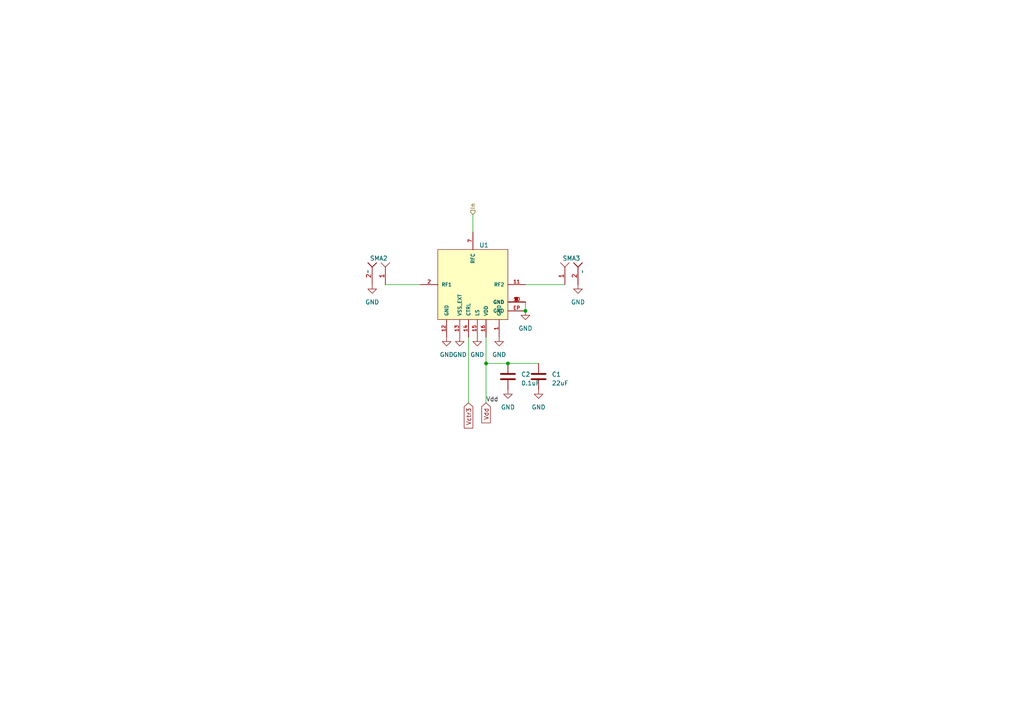
<source format=kicad_sch>
(kicad_sch (version 20230121) (generator eeschema)
  (paper "A4")
  (lib_symbols
    (symbol "Device:C" (pin_numbers hide) (pin_names (offset 0.254))
      (property "Reference" "C" (at 0.635 2.54 0))
      (property "Value" "C" (at 0.635 -2.54 0))
      (symbol "C_0_1"
        (polyline (pts (xy -2.032 -0.762) (xy 2.032 -0.762)) (stroke (width 0.508)))
        (polyline (pts (xy -2.032 0.762) (xy 2.032 0.762)) (stroke (width 0.508)))
      )
      (symbol "C_1_1"
        (pin passive line (at 0 3.81 270) (length 2.794) (name "~") (number "1"))
        (pin passive line (at 0 -3.81 90) (length 2.794) (name "~") (number "2"))
      )
    )
    (symbol "Radar:SMA"
      (property "Reference" "SMA" (at 1.27 -1.27 0))
      (symbol "SMA_0_1"
        (polyline (pts (xy -1.27 1.27) (xy -2.54 0)))
        (polyline (pts (xy -1.27 1.27) (xy -2.54 0)))
        (polyline (pts (xy -1.27 1.27) (xy -2.54 0)))
        (polyline (pts (xy -1.27 1.27) (xy -2.54 0)))
        (polyline (pts (xy -1.27 1.27) (xy -2.54 2.54)))
        (polyline (pts (xy -1.27 1.27) (xy -2.54 2.54)))
        (polyline (pts (xy -1.27 1.27) (xy -2.54 2.54)))
        (polyline (pts (xy -1.27 1.27) (xy -2.54 2.54)))
        (polyline (pts (xy -1.27 5.08) (xy -2.54 3.81)))
        (polyline (pts (xy -1.27 5.08) (xy -2.54 6.35)))
      )
      (symbol "SMA_1_1"
        (pin passive line (at 3.81 5.08 180) (length 5.08) (name "") (number "1"))
        (pin passive line (at 3.81 1.27 180) (length 5.08) (name "") (number "2"))
      )
    )
    (symbol "Radar:Switch_PE42553A-Z" (pin_names (offset 1.016))
      (property "Reference" "U" (at -10.1634 10.1634 0))
      (property "Value" "Switch_PE42553A-Z" (at -10.16 2.54 0))
      (symbol "Switch_PE42553A-Z_0_0"
        (rectangle (start -10.16 10.16) (end 10.16 -10.16) (stroke (width 0.1524)) (fill (type background)))
        (pin power_in line (at 7.62 -15.24 90) (length 5.08) (name "GND") (number "1"))
        (pin power_in line (at 15.24 -5.08 180) (length 5.08) (name "GND") (number "10"))
        (pin bidirectional line (at 15.24 0 180) (length 5.08) (name "RF2") (number "11"))
        (pin power_in line (at -7.62 -15.24 90) (length 5.08) (name "GND") (number "12"))
        (pin power_in line (at -3.81 -15.24 90) (length 5.08) (name "VSS_EXT") (number "13"))
        (pin input line (at -1.27 -15.24 90) (length 5.08) (name "CTRL") (number "14"))
        (pin input line (at 1.27 -15.24 90) (length 5.08) (name "LS") (number "15"))
        (pin power_in line (at 3.81 -15.24 90) (length 5.08) (name "VDD") (number "16"))
        (pin bidirectional line (at -15.24 0 0) (length 5.08) (name "RF1") (number "2"))
        (pin power_in line (at 15.24 -5.08 180) (length 5.08) (name "GND") (number "3"))
        (pin power_in line (at 15.24 -5.08 180) (length 5.08) (name "GND") (number "4"))
        (pin power_in line (at 15.24 -5.08 180) (length 5.08) (name "GND") (number "5"))
        (pin power_in line (at 15.24 -5.08 180) (length 5.08) (name "GND") (number "6"))
        (pin bidirectional line (at 0 15.24 270) (length 5.08) (name "RFC") (number "7"))
        (pin power_in line (at 15.24 -5.08 180) (length 5.08) (name "GND") (number "8"))
        (pin power_in line (at 15.24 -5.08 180) (length 5.08) (name "GND") (number "9"))
      )
      (symbol "Switch_PE42553A-Z_1_0"
        (pin power_in line (at 15.24 -7.62 180) (length 5.08) (name "GND") (number "EP"))
      )
    )
    (symbol "power:GND" (power) (pin_names (offset 0))
      (property "Value" "GND" (at 0 -3.81 0))
      (symbol "GND_0_1"
        (polyline (pts (xy 0 0) (xy 0 -1.27) (xy 1.27 -1.27) (xy 0 -2.54) (xy -1.27 -1.27) (xy 0 -1.27)))
      )
      (symbol "GND_1_1"
        (pin power_in line (at 0 0 270) (length 0) hide (name "GND") (number "1"))
      )
    )
  )
  (junction (at 152.4 90.17))
  (junction (at 147.32 105.41))
  (junction (at 140.97 105.41))
  (wire (pts (xy 137.16 62.23) (xy 137.16 67.31)))
  (wire (pts (xy 140.97 105.41) (xy 140.97 116.84)))
  (wire (pts (xy 140.97 97.79) (xy 140.97 105.41)))
  (wire (pts (xy 152.4 82.55) (xy 163.83 82.55)))
  (wire (pts (xy 152.4 87.63) (xy 152.4 90.17)))
  (wire (pts (xy 111.76 82.55) (xy 121.92 82.55)))
  (wire (pts (xy 135.89 97.79) (xy 135.89 116.84)))
  (wire (pts (xy 140.97 105.41) (xy 147.32 105.41)))
  (wire (pts (xy 147.32 105.41) (xy 156.21 105.41)))
  (label "Vdd" (at 140.97 116.84 0))
  (global_label "Vdd" (shape input) (at 140.97 116.84 270) (property "Intersheetrefs" "${INTERSHEET_REFS}" (effects hide)))
  (global_label "Vctr3" (shape input) (at 135.89 116.84 270) (property "Intersheetrefs" "${INTERSHEET_REFS}" (effects hide)))
  (hierarchical_label "In" (shape input) (at 137.16 62.23 90))
  (symbol (lib_id "power:GND") (at 167.64 82.55 0) (mirror y) (unit 1)
    (property "Reference" "#PWR050" (effects hide))
    (property "Value" "GND" (at 167.64 87.63 0))
    (instances (project "TX_switch_cavity(2mm)" (path "" (reference "#PWR050") (unit 1)) (path "" (reference "#PWR050") (unit 1)) (path "" (reference "#PWR062") (unit 1)) (path "" (reference "#PWR064") (unit 1)) (path "" (reference "#PWR066") (unit 1))))
  )
  (symbol (lib_id "Device:C") (at 156.21 109.22 0) (unit 1)
    (property "Reference" "C1" (at 160.02 108.585 0) (effects (justify left)))
    (property "Value" "22uF" (at 160.02 111.125 0) (effects (justify left)))
    (property "Footprint" "Capacitor_SMD:C_0603_1608Metric_revised" (effects hide))
    (instances (project "TX_switch_cavity(2mm)" (path "" (reference "C1") (unit 1)) (path "" (reference "C4") (unit 1)) (path "" (reference "C6") (unit 1)) (path "" (reference "C8") (unit 1)) (path "" (reference "C10") (unit 1)) (path "" (reference "C14") (unit 1))))
  )
  (symbol (lib_id "power:GND") (at 147.32 113.03 0) (unit 1)
    (property "Reference" "#PWR045" (effects hide))
    (property "Value" "GND" (at 147.32 118.11 0))
    (instances (project "TX_switch_cavity(2mm)" (path "" (reference "#PWR045") (unit 1)) (path "" (reference "#PWR07") (unit 1)) (path "" (reference "#PWR025") (unit 1)) (path "" (reference "#PWR032") (unit 1)) (path "" (reference "#PWR039") (unit 1)) (path "" (reference "#PWR046") (unit 1))))
  )
  (symbol (lib_id "Radar:SMA") (at 106.68 78.74 270) (unit 1)
    (property "Reference" "SMA2" (at 109.855 74.93 90))
    (property "Value" "~" (at 106.68 78.74 0))
    (property "Footprint" "Music_Lab:SMA_KHD_Back" (effects hide))
    (instances (project "TX_switch_cavity(2mm)" (path "" (reference "SMA2") (unit 1)) (path "" (reference "SMA2") (unit 1)) (path "" (reference "SMA10") (unit 1)) (path "" (reference "SMA12") (unit 1)) (path "" (reference "SMA14") (unit 1))))
  )
  (symbol (lib_id "power:GND") (at 152.4 90.17 0) (unit 1)
    (property "Reference" "#PWR015" (effects hide))
    (property "Value" "GND" (at 152.4 95.25 0))
    (instances (project "TX_switch_cavity(2mm)" (path "" (reference "#PWR015") (unit 1)) (path "" (reference "#PWR08") (unit 1)) (path "" (reference "#PWR026") (unit 1)) (path "" (reference "#PWR033") (unit 1)) (path "" (reference "#PWR040") (unit 1)) (path "" (reference "#PWR047") (unit 1))))
  )
  (symbol (lib_id "power:GND") (at 144.78 97.79 0) (unit 1)
    (property "Reference" "#PWR017" (effects hide))
    (property "Value" "GND" (at 144.78 102.87 0))
    (instances (project "TX_switch_cavity(2mm)" (path "" (reference "#PWR017") (unit 1)) (path "" (reference "#PWR06") (unit 1)) (path "" (reference "#PWR024") (unit 1)) (path "" (reference "#PWR031") (unit 1)) (path "" (reference "#PWR038") (unit 1)) (path "" (reference "#PWR045") (unit 1))))
  )
  (symbol (lib_id "power:GND") (at 133.35 97.79 0) (unit 1)
    (property "Reference" "#PWR019" (effects hide))
    (property "Value" "GND" (at 133.35 102.87 0))
    (instances (project "TX_switch_cavity(2mm)" (path "" (reference "#PWR019") (unit 1)) (path "" (reference "#PWR04") (unit 1)) (path "" (reference "#PWR022") (unit 1)) (path "" (reference "#PWR029") (unit 1)) (path "" (reference "#PWR036") (unit 1)) (path "" (reference "#PWR043") (unit 1))))
  )
  (symbol (lib_id "Device:C") (at 147.32 109.22 0) (unit 1)
    (property "Reference" "C2" (at 151.13 108.585 0) (effects (justify left)))
    (property "Value" "0.1uF" (at 151.13 111.125 0) (effects (justify left)))
    (property "Footprint" "Capacitor_SMD:C_0603_1608Metric_revised" (effects hide))
    (instances (project "TX_switch_cavity(2mm)" (path "" (reference "C2") (unit 1)) (path "" (reference "C3") (unit 1)) (path "" (reference "C5") (unit 1)) (path "" (reference "C7") (unit 1)) (path "" (reference "C9") (unit 1)) (path "" (reference "C13") (unit 1))))
  )
  (symbol (lib_id "power:GND") (at 156.21 113.03 0) (unit 1)
    (property "Reference" "#PWR046" (effects hide))
    (property "Value" "GND" (at 156.21 118.11 0))
    (instances (project "TX_switch_cavity(2mm)" (path "" (reference "#PWR046") (unit 1)) (path "" (reference "#PWR09") (unit 1)) (path "" (reference "#PWR027") (unit 1)) (path "" (reference "#PWR034") (unit 1)) (path "" (reference "#PWR041") (unit 1)) (path "" (reference "#PWR048") (unit 1))))
  )
  (symbol (lib_id "power:GND") (at 107.95 82.55 0) (unit 1)
    (property "Reference" "#PWR049" (effects hide))
    (property "Value" "GND" (at 107.95 87.63 0))
    (instances (project "TX_switch_cavity(2mm)" (path "" (reference "#PWR049") (unit 1)) (path "" (reference "#PWR049") (unit 1)) (path "" (reference "#PWR061") (unit 1)) (path "" (reference "#PWR063") (unit 1)) (path "" (reference "#PWR065") (unit 1))))
  )
  (symbol (lib_id "power:GND") (at 138.43 97.79 0) (unit 1)
    (property "Reference" "#PWR018" (effects hide))
    (property "Value" "GND" (at 138.43 102.87 0))
    (instances (project "TX_switch_cavity(2mm)" (path "" (reference "#PWR018") (unit 1)) (path "" (reference "#PWR05") (unit 1)) (path "" (reference "#PWR023") (unit 1)) (path "" (reference "#PWR030") (unit 1)) (path "" (reference "#PWR037") (unit 1)) (path "" (reference "#PWR044") (unit 1))))
  )
  (symbol (lib_id "Radar:Switch_PE42553A-Z") (at 137.16 82.55 0) (unit 1)
    (property "Reference" "U1" (at 138.9889 71.12 0) (effects (justify left)))
    (property "Value" "Switch_PE42553A-Z" (effects hide))
    (property "Footprint" "Music_Lab:Switch_PE42553A_QFN17N" (effects hide))
    (property "PACKAGE_ID" "26609" (effects hide))
    (property "MANUFACTURER" "Peregrine Semiconductor" (effects hide))
    (instances (project "TX_switch_cavity(2mm)" (path "" (reference "U1") (unit 1)) (path "" (reference "U3") (unit 1)) (path "" (reference "U4") (unit 1)) (path "" (reference "U5") (unit 1)) (path "" (reference "U6") (unit 1)) (path "" (reference "U7") (unit 1))))
  )
  (symbol (lib_id "power:GND") (at 129.54 97.79 0) (unit 1)
    (property "Reference" "#PWR016" (effects hide))
    (property "Value" "GND" (at 129.54 102.87 0))
    (instances (project "TX_switch_cavity(2mm)" (path "" (reference "#PWR016") (unit 1)) (path "" (reference "#PWR01") (unit 1)) (path "" (reference "#PWR021") (unit 1)) (path "" (reference "#PWR028") (unit 1)) (path "" (reference "#PWR035") (unit 1)) (path "" (reference "#PWR042") (unit 1))))
  )
  (symbol (lib_id "Radar:SMA") (at 168.91 78.74 90) (mirror x) (unit 1)
    (property "Reference" "SMA3" (at 165.735 74.93 90))
    (property "Value" "~" (at 168.91 78.74 0))
    (property "Footprint" "Music_Lab:SMA_KHD_Back" (effects hide))
    (instances (project "TX_switch_cavity(2mm)" (path "" (reference "SMA3") (unit 1)) (path "" (reference "SMA3") (unit 1)) (path "" (reference "SMA11") (unit 1)) (path "" (reference "SMA13") (unit 1)) (path "" (reference "SMA15") (unit 1))))
  )
)
</source>
